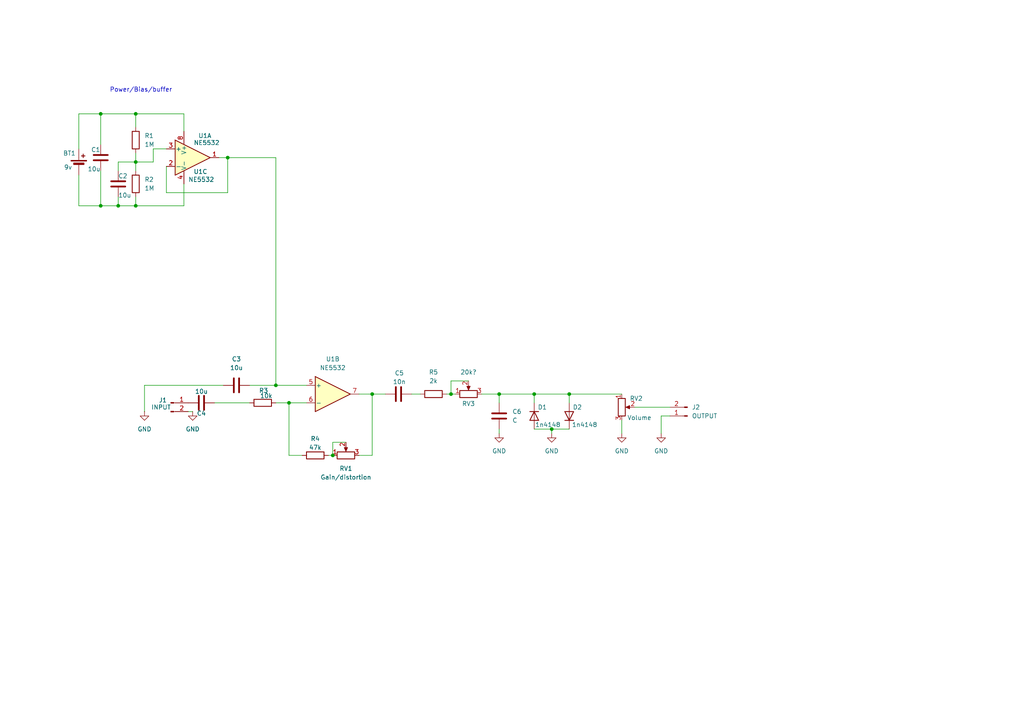
<source format=kicad_sch>
(kicad_sch (version 20231120) (generator "eeschema") (generator_version "8.0")
  (paper "A4")
  (lib_symbols
    (symbol "Amplifier_Operational:NE5532" (pin_names (offset 0.127))
      (property "Reference" "U" (at 0 5.08 0))
      (property "Value" "NE5532" (at 0 -5.08 0))
      (symbol "NE5532_1_1"
        (polyline (pts (xy -5.08 5.08) (xy 5.08 0) (xy -5.08 -5.08) (xy -5.08 5.08)) (stroke (width 0.254)) (fill (type background)))
        (pin output line (at 7.62 0 180) (length 2.54) (name "~") (number "1"))
        (pin input line (at -7.62 -2.54 0) (length 2.54) (name "-") (number "2"))
        (pin input line (at -7.62 2.54 0) (length 2.54) (name "+") (number "3"))
      )
      (symbol "NE5532_2_1"
        (polyline (pts (xy -5.08 5.08) (xy 5.08 0) (xy -5.08 -5.08) (xy -5.08 5.08)) (stroke (width 0.254)) (fill (type background)))
        (pin input line (at -7.62 2.54 0) (length 2.54) (name "+") (number "5"))
        (pin input line (at -7.62 -2.54 0) (length 2.54) (name "-") (number "6"))
        (pin output line (at 7.62 0 180) (length 2.54) (name "~") (number "7"))
      )
      (symbol "NE5532_3_1"
        (pin power_in line (at -2.54 -7.62 90) (length 3.81) (name "V-") (number "4"))
        (pin power_in line (at -2.54 7.62 270) (length 3.81) (name "V+") (number "8"))
      )
    )
    (symbol "Connector:Conn_01x02_Pin" (pin_names (offset 1.016) hide)
      (property "Reference" "J" (at 0 2.54 0))
      (property "Value" "Conn_01x02_Pin" (at 0 -5.08 0))
      (symbol "Conn_01x02_Pin_1_1"
        (polyline (pts (xy 1.27 -2.54) (xy 0.8636 -2.54)) (stroke (width 0.1524)))
        (polyline (pts (xy 1.27 0) (xy 0.8636 0)) (stroke (width 0.1524)))
        (rectangle (start 0.8636 -2.413) (end 0 -2.667) (stroke (width 0.1524)) (fill (type outline)))
        (rectangle (start 0.8636 0.127) (end 0 -0.127) (stroke (width 0.1524)) (fill (type outline)))
        (pin passive line (at 5.08 0 180) (length 3.81) (name "Pin_1") (number "1"))
        (pin passive line (at 5.08 -2.54 180) (length 3.81) (name "Pin_2") (number "2"))
      )
    )
    (symbol "Device:Battery_Cell" (pin_numbers hide) (pin_names (offset 0) hide)
      (property "Reference" "BT" (at 2.54 2.54 0))
      (property "Value" "Battery_Cell" (at 2.54 0 0))
      (symbol "Battery_Cell_0_1"
        (rectangle (start -2.286 1.778) (end 2.286 1.524) (fill (type outline)))
        (rectangle (start -1.524 1.016) (end 1.524 0.508) (fill (type outline)))
        (polyline (pts (xy 0 0.762) (xy 0 0)))
        (polyline (pts (xy 0 1.778) (xy 0 2.54)))
        (polyline (pts (xy 0.762 3.048) (xy 1.778 3.048)) (stroke (width 0.254)))
        (polyline (pts (xy 1.27 3.556) (xy 1.27 2.54)) (stroke (width 0.254)))
      )
      (symbol "Battery_Cell_1_1"
        (pin passive line (at 0 5.08 270) (length 2.54) (name "+") (number "1"))
        (pin passive line (at 0 -2.54 90) (length 2.54) (name "-") (number "2"))
      )
    )
    (symbol "Device:C" (pin_numbers hide) (pin_names (offset 0.254))
      (property "Reference" "C" (at 0.635 2.54 0))
      (property "Value" "C" (at 0.635 -2.54 0))
      (symbol "C_0_1"
        (polyline (pts (xy -2.032 -0.762) (xy 2.032 -0.762)) (stroke (width 0.508)))
        (polyline (pts (xy -2.032 0.762) (xy 2.032 0.762)) (stroke (width 0.508)))
      )
      (symbol "C_1_1"
        (pin passive line (at 0 3.81 270) (length 2.794) (name "~") (number "1"))
        (pin passive line (at 0 -3.81 90) (length 2.794) (name "~") (number "2"))
      )
    )
    (symbol "Device:D" (pin_numbers hide) (pin_names (offset 1.016) hide)
      (property "Reference" "D" (at 0 2.54 0))
      (property "Value" "D" (at 0 -2.54 0))
      (symbol "D_0_1"
        (polyline (pts (xy -1.27 1.27) (xy -1.27 -1.27)) (stroke (width 0.254)))
        (polyline (pts (xy 1.27 0) (xy -1.27 0)))
        (polyline (pts (xy 1.27 1.27) (xy 1.27 -1.27) (xy -1.27 0) (xy 1.27 1.27)) (stroke (width 0.254)))
      )
      (symbol "D_1_1"
        (pin passive line (at -3.81 0 0) (length 2.54) (name "K") (number "1"))
        (pin passive line (at 3.81 0 180) (length 2.54) (name "A") (number "2"))
      )
    )
    (symbol "Device:R" (pin_numbers hide) (pin_names (offset 0))
      (property "Reference" "R" (at 2.032 0 90))
      (property "Value" "R" (at 0 0 90))
      (symbol "R_0_1"
        (rectangle (start -1.016 -2.54) (end 1.016 2.54) (stroke (width 0.254)))
      )
      (symbol "R_1_1"
        (pin passive line (at 0 3.81 270) (length 1.27) (name "~") (number "1"))
        (pin passive line (at 0 -3.81 90) (length 1.27) (name "~") (number "2"))
      )
    )
    (symbol "Device:R_Potentiometer" (pin_names (offset 1.016) hide)
      (property "Reference" "RV" (at -4.445 0 90))
      (property "Value" "R_Potentiometer" (at -2.54 0 90))
      (symbol "R_Potentiometer_0_1"
        (polyline (pts (xy 2.54 0) (xy 1.524 0)))
        (polyline (pts (xy 1.143 0) (xy 2.286 0.508) (xy 2.286 -0.508) (xy 1.143 0)) (fill (type outline)))
        (rectangle (start 1.016 2.54) (end -1.016 -2.54) (stroke (width 0.254)))
      )
      (symbol "R_Potentiometer_1_1"
        (pin passive line (at 0 3.81 270) (length 1.27) (name "1") (number "1"))
        (pin passive line (at 3.81 0 180) (length 1.27) (name "2") (number "2"))
        (pin passive line (at 0 -3.81 90) (length 1.27) (name "3") (number "3"))
      )
    )
    (symbol "power:GND" (power) (pin_numbers hide) (pin_names (offset 0) hide)
      (property "Value" "GND" (at 0 -3.81 0))
      (symbol "GND_0_1"
        (polyline (pts (xy 0 0) (xy 0 -1.27) (xy 1.27 -1.27) (xy 0 -2.54) (xy -1.27 -1.27) (xy 0 -1.27)))
      )
      (symbol "GND_1_1"
        (pin power_in line (at 0 0 270) (length 0) (name "~") (number "1"))
      )
    )
  )
  (junction (at 165.1 114.3))
  (junction (at 130.81 114.3))
  (junction (at 39.37 59.69))
  (junction (at 34.29 59.69))
  (junction (at 39.37 33.02))
  (junction (at 29.21 59.69))
  (junction (at 29.21 33.02))
  (junction (at 96.52 132.08))
  (junction (at 66.04 45.72))
  (junction (at 154.94 114.3))
  (junction (at 160.02 124.46))
  (junction (at 80.01 111.76))
  (junction (at 39.37 46.99))
  (junction (at 107.95 114.3))
  (junction (at 144.78 114.3))
  (junction (at 83.82 116.84))
  (wire (pts (xy 191.77 125.73) (xy 191.77 120.65)))
  (wire (pts (xy 34.29 59.69) (xy 34.29 57.15)))
  (wire (pts (xy 107.95 114.3) (xy 104.14 114.3)))
  (wire (pts (xy 107.95 114.3) (xy 111.76 114.3)))
  (wire (pts (xy 39.37 33.02) (xy 53.34 33.02)))
  (wire (pts (xy 100.33 128.27) (xy 96.52 128.27)))
  (wire (pts (xy 39.37 59.69) (xy 39.37 57.15)))
  (wire (pts (xy 39.37 44.45) (xy 39.37 46.99)))
  (wire (pts (xy 41.91 111.76) (xy 41.91 119.38)))
  (wire (pts (xy 130.81 114.3) (xy 132.08 114.3)))
  (wire (pts (xy 129.54 114.3) (xy 130.81 114.3)))
  (wire (pts (xy 130.81 110.49) (xy 130.81 114.3)))
  (wire (pts (xy 154.94 114.3) (xy 165.1 114.3)))
  (wire (pts (xy 87.63 132.08) (xy 83.82 132.08)))
  (wire (pts (xy 53.34 33.02) (xy 53.34 38.1)))
  (wire (pts (xy 191.77 120.65) (xy 194.31 120.65)))
  (wire (pts (xy 22.86 59.69) (xy 29.21 59.69)))
  (wire (pts (xy 107.95 132.08) (xy 107.95 114.3)))
  (wire (pts (xy 184.15 118.11) (xy 194.31 118.11)))
  (wire (pts (xy 29.21 33.02) (xy 39.37 33.02)))
  (wire (pts (xy 39.37 59.69) (xy 53.34 59.69)))
  (wire (pts (xy 180.34 121.92) (xy 180.34 125.73)))
  (wire (pts (xy 22.86 50.8) (xy 22.86 59.69)))
  (wire (pts (xy 29.21 33.02) (xy 22.86 33.02)))
  (wire (pts (xy 139.7 114.3) (xy 144.78 114.3)))
  (wire (pts (xy 135.89 110.49) (xy 130.81 110.49)))
  (wire (pts (xy 66.04 55.88) (xy 66.04 45.72)))
  (wire (pts (xy 144.78 114.3) (xy 154.94 114.3)))
  (wire (pts (xy 119.38 114.3) (xy 121.92 114.3)))
  (wire (pts (xy 29.21 59.69) (xy 34.29 59.69)))
  (wire (pts (xy 22.86 33.02) (xy 22.86 43.18)))
  (wire (pts (xy 39.37 46.99) (xy 44.45 46.99)))
  (wire (pts (xy 80.01 111.76) (xy 88.9 111.76)))
  (wire (pts (xy 48.26 48.26) (xy 48.26 55.88)))
  (wire (pts (xy 34.29 59.69) (xy 39.37 59.69)))
  (wire (pts (xy 96.52 128.27) (xy 96.52 132.08)))
  (wire (pts (xy 83.82 116.84) (xy 88.9 116.84)))
  (wire (pts (xy 64.77 111.76) (xy 41.91 111.76)))
  (wire (pts (xy 165.1 114.3) (xy 180.34 114.3)))
  (wire (pts (xy 29.21 49.53) (xy 29.21 59.69)))
  (wire (pts (xy 66.04 45.72) (xy 63.5 45.72)))
  (wire (pts (xy 160.02 124.46) (xy 165.1 124.46)))
  (wire (pts (xy 44.45 43.18) (xy 48.26 43.18)))
  (wire (pts (xy 95.25 132.08) (xy 96.52 132.08)))
  (wire (pts (xy 144.78 114.3) (xy 144.78 116.84)))
  (wire (pts (xy 39.37 36.83) (xy 39.37 33.02)))
  (wire (pts (xy 80.01 45.72) (xy 80.01 111.76)))
  (wire (pts (xy 165.1 116.84) (xy 165.1 114.3)))
  (wire (pts (xy 55.88 119.38) (xy 54.61 119.38)))
  (wire (pts (xy 48.26 55.88) (xy 66.04 55.88)))
  (wire (pts (xy 80.01 116.84) (xy 83.82 116.84)))
  (wire (pts (xy 66.04 45.72) (xy 80.01 45.72)))
  (wire (pts (xy 62.23 116.84) (xy 72.39 116.84)))
  (wire (pts (xy 144.78 124.46) (xy 144.78 125.73)))
  (wire (pts (xy 104.14 132.08) (xy 107.95 132.08)))
  (wire (pts (xy 44.45 46.99) (xy 44.45 43.18)))
  (wire (pts (xy 72.39 111.76) (xy 80.01 111.76)))
  (wire (pts (xy 34.29 46.99) (xy 39.37 46.99)))
  (wire (pts (xy 160.02 124.46) (xy 160.02 125.73)))
  (wire (pts (xy 34.29 46.99) (xy 34.29 49.53)))
  (wire (pts (xy 83.82 132.08) (xy 83.82 116.84)))
  (wire (pts (xy 154.94 116.84) (xy 154.94 114.3)))
  (wire (pts (xy 29.21 33.02) (xy 29.21 41.91)))
  (wire (pts (xy 160.02 124.46) (xy 154.94 124.46)))
  (wire (pts (xy 39.37 46.99) (xy 39.37 49.53)))
  (wire (pts (xy 53.34 59.69) (xy 53.34 53.34)))
  (text "Power/Bias/buffer" (at 40.894 26.162 0) (effects (font (size 1.27 1.27))))
  (symbol (lib_id "power:GND") (at 160.02 125.73 0) (unit 1)
    (property "Reference" "#PWR04" (effects (hide yes)))
    (property "Value" "GND" (at 160.02 130.81 0))
    (property "Description" "Power symbol creates a global label with name \"GND\" , ground" (effects (hide yes)))
  )
  (symbol (lib_id "Device:C") (at 68.58 111.76 90) (unit 1)
    (property "Reference" "C3" (at 68.58 104.14 90))
    (property "Value" "10u" (at 68.58 106.68 90))
    (property "Footprint" "Capacitor_SMD:C_0603_1608Metric_Pad1.08x0.95mm_HandSolder" (effects (hide yes)))
    (property "Description" "Unpolarized capacitor" (effects (hide yes)))
  )
  (symbol (lib_id "Device:Battery_Cell") (at 22.86 48.26 0) (unit 1)
    (property "Reference" "BT1" (at 18.288 44.45 0) (effects (justify left)))
    (property "Value" "9v" (at 18.542 48.514 0) (effects (justify left)))
    (property "Footprint" "Connector_PinHeader_2.54mm:PinHeader_1x02_P2.54mm_Vertical" (effects (hide yes)))
    (property "Description" "Single-cell battery" (effects (hide yes)))
  )
  (symbol (lib_id "Amplifier_Operational:NE5532") (at 55.88 45.72 0) (unit 3)
    (property "Reference" "U1" (at 56.134 49.784 0) (effects (justify left)))
    (property "Value" "NE5532" (at 54.61 52.07 0) (effects (justify left)))
    (property "Footprint" "Package_DIP:DIP-8_W7.62mm_LongPads" (effects (hide yes)))
    (property "Datasheet" "http://www.ti.com/lit/ds/symlink/ne5532.pdf" (effects (hide yes)))
    (property "Description" "Dual Low-Noise Operational Amplifiers, DIP-8/SOIC-8" (effects (hide yes)))
  )
  (symbol (lib_id "Device:R_Potentiometer") (at 180.34 118.11 0) (unit 1)
    (property "Reference" "RV2" (at 186.436 115.57 0) (effects (justify right)))
    (property "Value" "Volume" (at 188.976 121.158 0) (effects (justify right)))
    (property "Footprint" "Connector_PinHeader_2.54mm:PinHeader_1x03_P2.54mm_Vertical" (effects (hide yes)))
    (property "Description" "Potentiometer" (effects (hide yes)))
  )
  (symbol (lib_id "Device:D") (at 154.94 120.65 270) (unit 1)
    (property "Reference" "D1" (at 155.956 118.11 90) (effects (justify left)))
    (property "Value" "1n4148" (at 155.194 123.19 90) (effects (justify left)))
    (property "Footprint" "Diode_SMD:D_0603_1608Metric_Pad1.05x0.95mm_HandSolder" (effects (hide yes)))
    (property "Description" "Diode" (effects (hide yes)))
    (property "Sim.Device" "D" (effects (hide yes)))
    (property "Sim.Pins" "1=K 2=A" (effects (hide yes)))
  )
  (symbol (lib_id "Device:R") (at 125.73 114.3 90) (unit 1)
    (property "Reference" "R5" (at 125.73 107.95 90))
    (property "Value" "2k" (at 125.73 110.49 90))
    (property "Footprint" "Resistor_SMD:R_0603_1608Metric_Pad0.98x0.95mm_HandSolder" (effects (hide yes)))
    (property "Description" "Resistor" (effects (hide yes)))
  )
  (symbol (lib_id "power:GND") (at 180.34 125.73 0) (unit 1)
    (property "Reference" "#PWR05" (effects (hide yes)))
    (property "Value" "GND" (at 180.34 130.81 0))
    (property "Description" "Power symbol creates a global label with name \"GND\" , ground" (effects (hide yes)))
  )
  (symbol (lib_id "Connector:Conn_01x02_Pin") (at 49.53 116.84 0) (unit 1)
    (property "Reference" "J1" (at 47.244 116.078 0))
    (property "Value" "INPUT" (at 46.736 118.11 0))
    (property "Footprint" "Connector_PinHeader_2.54mm:PinHeader_1x02_P2.54mm_Vertical" (effects (hide yes)))
    (property "Description" "Generic connector, single row, 01x02, script generated" (effects (hide yes)))
  )
  (symbol (lib_id "Amplifier_Operational:NE5532") (at 96.52 114.3 0) (unit 2)
    (property "Reference" "U1" (at 96.52 104.14 0))
    (property "Value" "NE5532" (at 96.52 106.68 0))
    (property "Footprint" "Package_DIP:DIP-8_W7.62mm_LongPads" (effects (hide yes)))
    (property "Datasheet" "http://www.ti.com/lit/ds/symlink/ne5532.pdf" (effects (hide yes)))
    (property "Description" "Dual Low-Noise Operational Amplifiers, DIP-8/SOIC-8" (effects (hide yes)))
  )
  (symbol (lib_id "Device:C") (at 58.42 116.84 90) (unit 1)
    (property "Reference" "C4" (at 58.42 119.888 90))
    (property "Value" "10u" (at 58.42 113.538 90))
    (property "Footprint" "Capacitor_SMD:C_0603_1608Metric_Pad1.08x0.95mm_HandSolder" (effects (hide yes)))
    (property "Description" "Unpolarized capacitor" (effects (hide yes)))
  )
  (symbol (lib_id "power:GND") (at 191.77 125.73 0) (unit 1)
    (property "Reference" "#PWR06" (effects (hide yes)))
    (property "Value" "GND" (at 191.77 130.81 0))
    (property "Description" "Power symbol creates a global label with name \"GND\" , ground" (effects (hide yes)))
  )
  (symbol (lib_id "Connector:Conn_01x02_Pin") (at 199.39 120.65 180) (unit 1)
    (property "Reference" "J2" (at 200.66 118.1099 0) (effects (justify right)))
    (property "Value" "OUTPUT" (at 200.66 120.6499 0) (effects (justify right)))
    (property "Footprint" "Connector_PinHeader_2.54mm:PinHeader_1x02_P2.54mm_Vertical" (effects (hide yes)))
    (property "Description" "Generic connector, single row, 01x02, script generated" (effects (hide yes)))
  )
  (symbol (lib_id "Device:D") (at 165.1 120.65 90) (unit 1)
    (property "Reference" "D2" (at 166.116 118.11 90) (effects (justify right)))
    (property "Value" "1n4148" (at 165.862 123.19 90) (effects (justify right)))
    (property "Footprint" "Diode_SMD:D_0603_1608Metric_Pad1.05x0.95mm_HandSolder" (effects (hide yes)))
    (property "Description" "Diode" (effects (hide yes)))
    (property "Sim.Device" "D" (effects (hide yes)))
    (property "Sim.Pins" "1=K 2=A" (effects (hide yes)))
  )
  (symbol (lib_id "Device:R") (at 91.44 132.08 90) (unit 1)
    (property "Reference" "R4" (at 91.44 127.254 90))
    (property "Value" "47k" (at 91.44 129.794 90))
    (property "Footprint" "Resistor_SMD:R_0603_1608Metric_Pad0.98x0.95mm_HandSolder" (effects (hide yes)))
    (property "Description" "Resistor" (effects (hide yes)))
  )
  (symbol (lib_id "Device:R_Potentiometer") (at 135.89 114.3 90) (unit 1)
    (property "Reference" "RV3" (at 135.89 117.094 90))
    (property "Value" "20k?" (at 135.89 107.95 90))
    (property "Footprint" "Connector_PinHeader_2.54mm:PinHeader_1x03_P2.54mm_Vertical" (effects (hide yes)))
    (property "Description" "Potentiometer" (effects (hide yes)))
  )
  (symbol (lib_id "power:GND") (at 55.88 119.38 0) (unit 1)
    (property "Reference" "#PWR01" (effects (hide yes)))
    (property "Value" "GND" (at 55.88 124.46 0))
    (property "Description" "Power symbol creates a global label with name \"GND\" , ground" (effects (hide yes)))
  )
  (symbol (lib_id "Device:C") (at 115.57 114.3 90) (unit 1)
    (property "Reference" "C5" (at 115.824 108.204 90))
    (property "Value" "10n" (at 115.824 110.744 90))
    (property "Footprint" "Capacitor_SMD:C_0603_1608Metric_Pad1.08x0.95mm_HandSolder" (effects (hide yes)))
    (property "Description" "Unpolarized capacitor" (effects (hide yes)))
  )
  (symbol (lib_id "Device:R") (at 39.37 53.34 0) (unit 1)
    (property "Reference" "R2" (at 41.91 52.0699 0) (effects (justify left)))
    (property "Value" "1M" (at 41.91 54.6099 0) (effects (justify left)))
    (property "Footprint" "Resistor_SMD:R_0603_1608Metric_Pad0.98x0.95mm_HandSolder" (effects (hide yes)))
    (property "Description" "Resistor" (effects (hide yes)))
  )
  (symbol (lib_id "Amplifier_Operational:NE5532") (at 55.88 45.72 0) (unit 1)
    (property "Reference" "U1" (at 59.436 39.37 0))
    (property "Value" "NE5532" (at 59.944 41.402 0))
    (property "Footprint" "Package_DIP:DIP-8_W7.62mm_LongPads" (effects (hide yes)))
    (property "Datasheet" "http://www.ti.com/lit/ds/symlink/ne5532.pdf" (effects (hide yes)))
    (property "Description" "Dual Low-Noise Operational Amplifiers, DIP-8/SOIC-8" (effects (hide yes)))
  )
  (symbol (lib_id "power:GND") (at 144.78 125.73 0) (unit 1)
    (property "Reference" "#PWR03" (effects (hide yes)))
    (property "Value" "GND" (at 144.78 130.81 0))
    (property "Description" "Power symbol creates a global label with name \"GND\" , ground" (effects (hide yes)))
  )
  (symbol (lib_id "Device:R") (at 39.37 40.64 0) (unit 1)
    (property "Reference" "R1" (at 41.91 39.3699 0) (effects (justify left)))
    (property "Value" "1M" (at 41.91 41.9099 0) (effects (justify left)))
    (property "Footprint" "Resistor_SMD:R_0603_1608Metric_Pad0.98x0.95mm_HandSolder" (effects (hide yes)))
    (property "Description" "Resistor" (effects (hide yes)))
  )
  (symbol (lib_id "Device:C") (at 34.29 53.34 0) (unit 1)
    (property "Reference" "C2" (at 34.29 51.054 0) (effects (justify left)))
    (property "Value" "10u" (at 34.29 56.642 0) (effects (justify left)))
    (property "Footprint" "Capacitor_SMD:C_0603_1608Metric_Pad1.08x0.95mm_HandSolder" (effects (hide yes)))
    (property "Description" "Unpolarized capacitor" (effects (hide yes)))
  )
  (symbol (lib_id "Device:R") (at 76.2 116.84 90) (unit 1)
    (property "Reference" "R3" (at 76.454 113.284 90))
    (property "Value" "10k" (at 77.216 114.808 90))
    (property "Footprint" "Resistor_SMD:R_0603_1608Metric_Pad0.98x0.95mm_HandSolder" (effects (hide yes)))
    (property "Description" "Resistor" (effects (hide yes)))
  )
  (symbol (lib_id "power:GND") (at 41.91 119.38 0) (unit 1)
    (property "Reference" "#PWR02" (effects (hide yes)))
    (property "Value" "GND" (at 41.91 124.46 0))
    (property "Description" "Power symbol creates a global label with name \"GND\" , ground" (effects (hide yes)))
  )
  (symbol (lib_id "Device:C") (at 29.21 45.72 0) (unit 1)
    (property "Reference" "C1" (at 26.416 43.434 0) (effects (justify left)))
    (property "Value" "10u" (at 25.4 49.022 0) (effects (justify left)))
    (property "Footprint" "Capacitor_SMD:C_0603_1608Metric_Pad1.08x0.95mm_HandSolder" (effects (hide yes)))
    (property "Description" "Unpolarized capacitor" (effects (hide yes)))
  )
  (symbol (lib_id "Device:R_Potentiometer") (at 100.33 132.08 90) (unit 1)
    (property "Reference" "RV1" (at 100.33 135.89 90))
    (property "Value" "Gain/distortion" (at 100.33 138.43 90))
    (property "Footprint" "Connector_PinHeader_2.54mm:PinHeader_1x03_P2.54mm_Vertical" (effects (hide yes)))
    (property "Description" "Potentiometer" (effects (hide yes)))
  )
  (symbol (lib_id "Device:C") (at 144.78 120.65 0) (unit 1)
    (property "Reference" "C6" (at 148.59 119.3799 0) (effects (justify left)))
    (property "Value" "C" (at 148.59 121.9199 0) (effects (justify left)))
    (property "Footprint" "Capacitor_SMD:C_0603_1608Metric_Pad1.08x0.95mm_HandSolder" (effects (hide yes)))
    (property "Description" "Unpolarized capacitor" (effects (hide yes)))
  )
)
</source>
